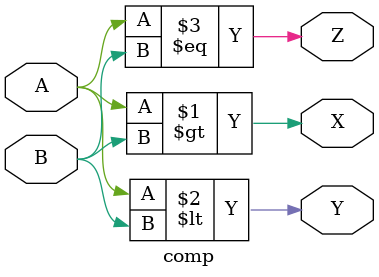
<source format=v>
module comp(
	input A, B,
	output X,Y,Z);

assign X = (A>B);
assign Y = (A<B);
assign Z = (A==B);

endmodule

</source>
